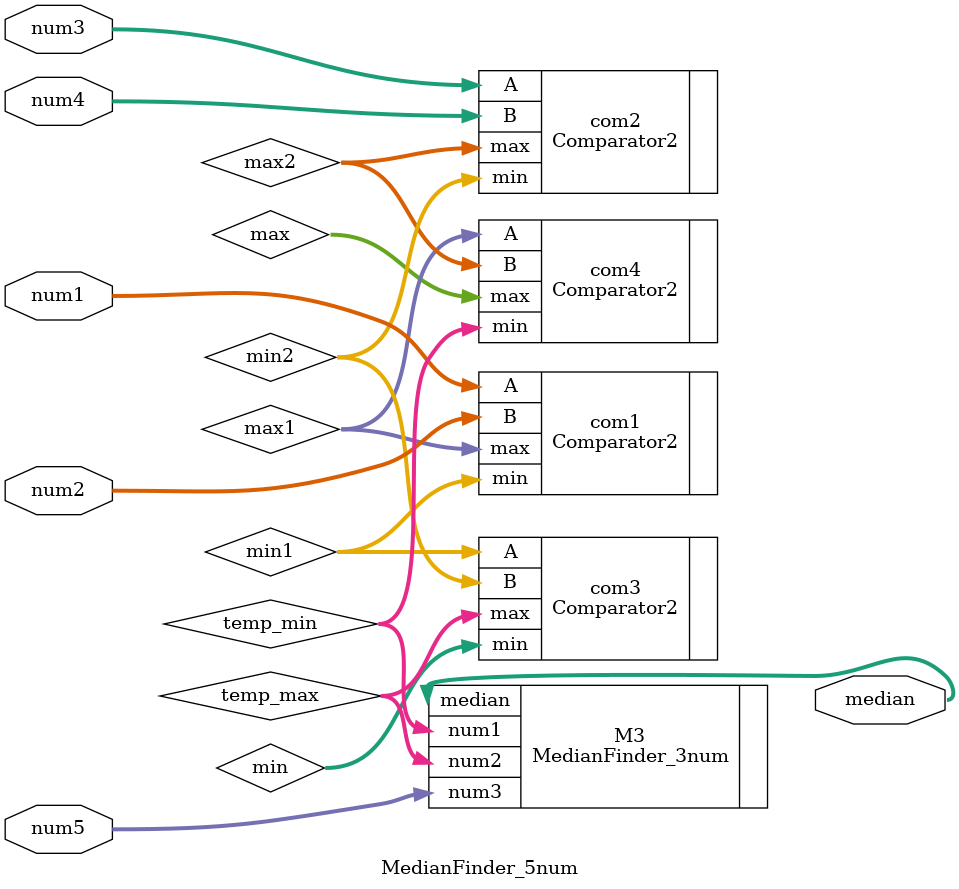
<source format=v>
`include "MedianFinder_3num.v"
module MedianFinder_5num(
    input  [3:0] 	num1  , 
	input  [3:0] 	num2  , 
	input  [3:0] 	num3  , 
	input  [3:0] 	num4  , 
	input  [3:0] 	num5  ,  
    output [3:0] 	median  
);
wire [3:0]min1, min2, max1, max2, temp_max, temp_min, min, max;
Comparator2 com1(.A(num1), .B(num2), .min(min1), .max(max1));
Comparator2 com2(.A(num3), .B(num4), .min(min2), .max(max2));
Comparator2 com3(.A(min1), .B(min2), .min(min), .max(temp_max));
Comparator2 com4(.A(max1), .B(max2), .min(temp_min), .max(max));
MedianFinder_3num M3(.num1(temp_min), .num2(temp_max), .num3(num5), .median(median));

endmodule

</source>
